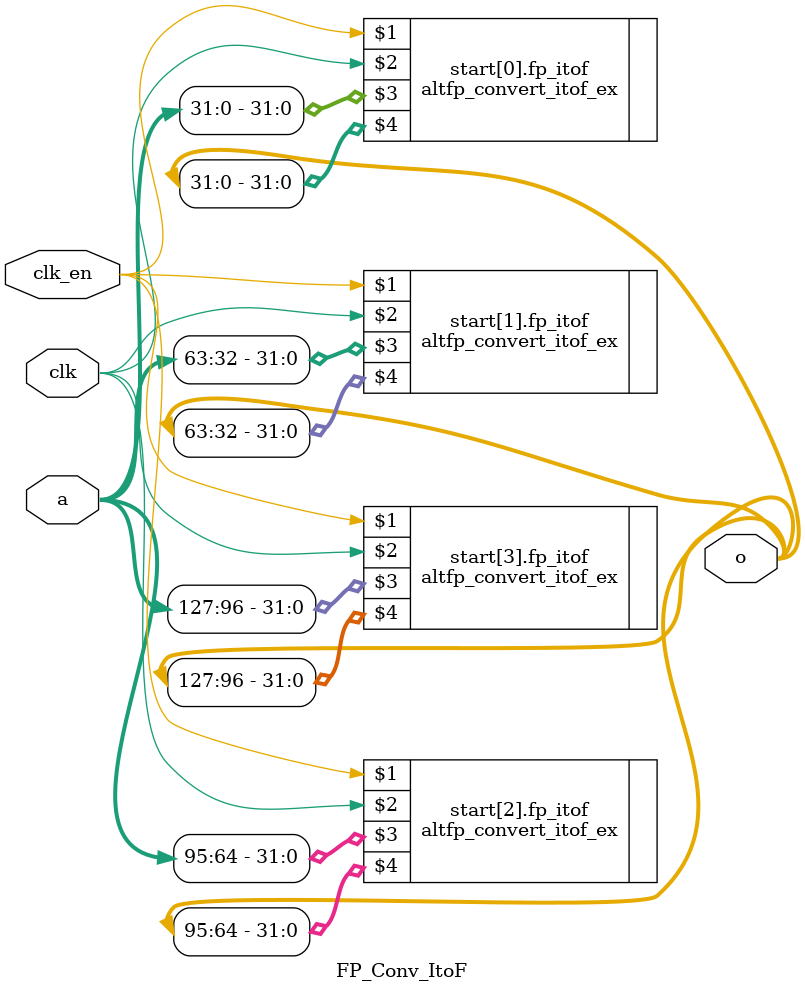
<source format=v>
module FP_Conv_ItoF(
	clk_en,
	clk,
	a,
	o);

	parameter N = 32;
	parameter L = 4;

	input clk_en;
	input clk;

	input [N*L-1:0] a;

	output [N*L-1:0] o;
	
	genvar i;
	generate 
		for(i = 0; i < L; i = i + 1) begin : start
			altfp_convert_itof_ex fp_itof(clk_en, clk, a[(i+1)*N-1: i*N], o[(i+1)*N-1: i*N]);
		end
	endgenerate

endmodule
</source>
